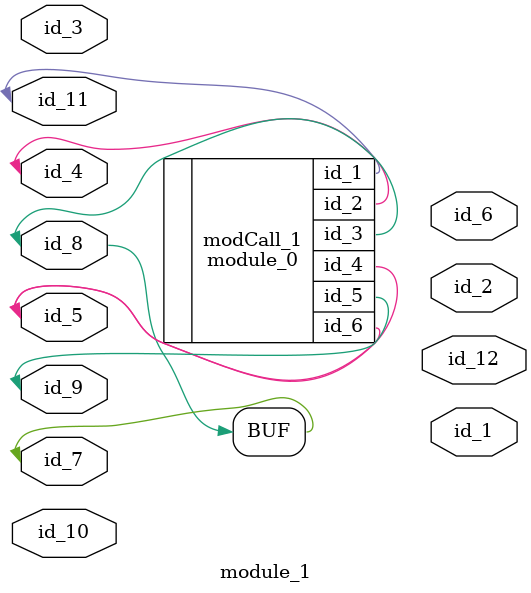
<source format=v>
module module_0 (
    id_1,
    id_2,
    id_3,
    id_4,
    id_5,
    id_6
);
  inout wire id_6;
  inout wire id_5;
  output wire id_4;
  output wire id_3;
  output wire id_2;
  inout wire id_1;
  assign id_4 = 1;
endmodule
module module_1 (
    id_1,
    id_2,
    id_3,
    id_4,
    id_5,
    id_6,
    id_7,
    id_8,
    id_9,
    id_10,
    id_11,
    id_12
);
  output wire id_12;
  inout wire id_11;
  input wire id_10;
  inout wire id_9;
  inout wire id_8;
  inout wire id_7;
  output wire id_6;
  inout wire id_5;
  inout wire id_4;
  input wire id_3;
  output wire id_2;
  output wire id_1;
  assign id_7 = id_8;
  module_0 modCall_1 (
      id_11,
      id_4,
      id_8,
      id_5,
      id_9,
      id_5
  );
endmodule

</source>
